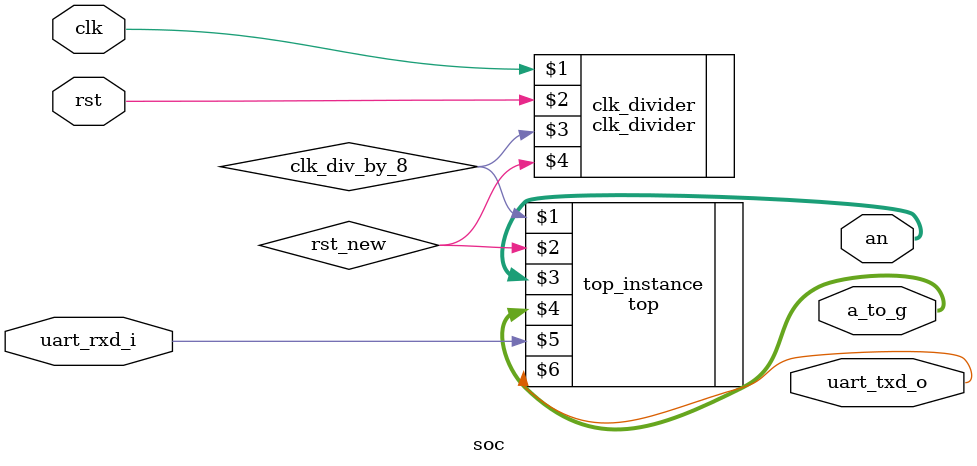
<source format=sv>
module soc (
    input logic clk, rst,
     output logic [7:0] an,
    output logic [6:0] a_to_g,
    input logic uart_rxd_i,
    output  logic uart_txd_o
);

logic rst_new, clk_div_by_8;

    clk_divider clk_divider (clk, rst, clk_div_by_8, rst_new);
   
    top top_instance (clk_div_by_8,rst_new, an, a_to_g,uart_rxd_i,uart_txd_o);
    
endmodule
</source>
